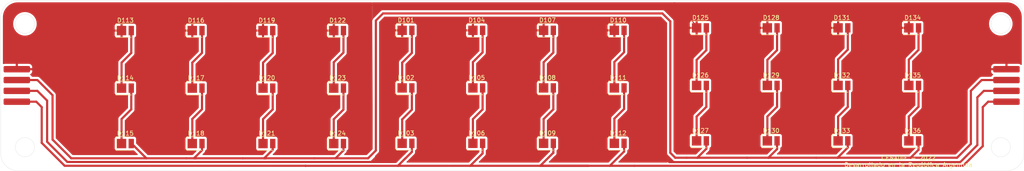
<source format=kicad_pcb>
(kicad_pcb (version 20211014) (generator pcbnew)
  (title_block (date "2022-07-12") (rev "2.2"))
  (layers (0 "F.Cu" signal) (31 "B.Cu" signal) (34 "B.Paste" user) (35 "F.Paste" user) (36 "B.SilkS" user "B.Silkscreen") (37 "F.SilkS" user "F.Silkscreen") (38 "B.Mask" user) (39 "F.Mask" user) (44 "Edge.Cuts" user))
  (net 0 "")
  (net 1 "Net-(D101-Pad2)")
  (net 2 "Net-(D101-Pad1)")
  (net 3 "Net-(D102-Pad2)")
  (net 4 "Net-(D103-Pad2)")
  (net 5 "Net-(D104-Pad2)")
  (net 6 "Net-(D105-Pad2)")
  (net 7 "Net-(D107-Pad2)")
  (net 8 "Net-(D108-Pad2)")
  (net 9 "Net-(D110-Pad2)")
  (net 10 "Net-(D111-Pad2)")
  (net 11 "Net-(D113-Pad2)")
  (net 12 "Net-(D113-Pad1)")
  (net 13 "Net-(D114-Pad2)")
  (net 14 "Net-(D115-Pad2)")
  (net 15 "Net-(D116-Pad2)")
  (net 16 "Net-(D117-Pad2)")
  (net 17 "Net-(D119-Pad2)")
  (net 18 "Net-(D120-Pad2)")
  (net 19 "Net-(D122-Pad2)")
  (net 20 "Net-(D123-Pad2)")
  (net 21 "Net-(D125-Pad2)")
  (net 22 "Net-(D126-Pad2)")
  (net 23 "Net-(D128-Pad2)")
  (net 24 "Net-(D129-Pad2)")
  (net 25 "Net-(D131-Pad2)")
  (net 26 "Net-(D132-Pad2)")
  (net 27 "Net-(D134-Pad2)")
  (net 28 "Net-(D135-Pad2)")
  (footprint "LED_SMD:LED_PLCC_2835" (layer "F.Cu") (at 125.83 77.5)
    (fp_text reference "D101" (at 0 -2.4) (layer "F.SilkS"))
    (fp_text value "LED")
    (fp_line (start 1.4 1.6) (end -2.2 1.6) (layer "F.SilkS") (width 0.12))
    (fp_line (start 1.4 -1.6) (end -2.2 -1.6) (layer "F.SilkS") (width 0.12))
    (fp_line (start -2.2 -1.6) (end -2.2 1.6) (layer "F.SilkS") (width 0.12))
    (pad "1" smd rect locked (at -0.9 0) (size 2.2 2.2) (layers "F.Cu" "F.Paste" "F.Mask") (net 2 "Net-(D101-Pad1)"))
    (pad "2" smd rect locked (at 1.375 0) (size 1.25 2.2) (layers "F.Cu" "F.Paste" "F.Mask") (net 1 "Net-(D101-Pad2)"))
  )
  (footprint "LED_SMD:LED_PLCC_2835" (layer "F.Cu") (at 125.83 91)
    (fp_text reference "D102" (at 0 -2.4) (layer "F.SilkS"))
    (fp_text value "LED")
    (fp_line (start 1.4 1.6) (end -2.2 1.6) (layer "F.SilkS") (width 0.12))
    (fp_line (start 1.4 -1.6) (end -2.2 -1.6) (layer "F.SilkS") (width 0.12))
    (fp_line (start -2.2 -1.6) (end -2.2 1.6) (layer "F.SilkS") (width 0.12))
    (pad "1" smd rect locked (at -0.9 0) (size 2.2 2.2) (layers "F.Cu" "F.Paste" "F.Mask") (net 1 "Net-(D101-Pad2)"))
    (pad "2" smd rect locked (at 1.375 0) (size 1.25 2.2) (layers "F.Cu" "F.Paste" "F.Mask") (net 3 "Net-(D102-Pad2)"))
  )
  (footprint "LED_SMD:LED_PLCC_2835" (layer "F.Cu") (at 125.83 104)
    (fp_text reference "D103" (at 0 -2.4) (layer "F.SilkS"))
    (fp_text value "LED")
    (fp_line (start 1.4 -1.6) (end -2.2 -1.6) (layer "F.SilkS") (width 0.12))
    (fp_line (start 1.4 1.6) (end -2.2 1.6) (layer "F.SilkS") (width 0.12))
    (fp_line (start -2.2 -1.6) (end -2.2 1.6) (layer "F.SilkS") (width 0.12))
    (pad "1" smd rect locked (at -0.9 0) (size 2.2 2.2) (layers "F.Cu" "F.Paste" "F.Mask") (net 3 "Net-(D102-Pad2)"))
    (pad "2" smd rect locked (at 1.375 0) (size 1.25 2.2) (layers "F.Cu" "F.Paste" "F.Mask") (net 4 "Net-(D103-Pad2)"))
  )
  (footprint "LED_SMD:LED_PLCC_2835" (layer "F.Cu") (at 142.420909 77.5)
    (fp_text reference "D104" (at 0 -2.4) (layer "F.SilkS"))
    (fp_text value "LED")
    (fp_line (start 1.4 1.6) (end -2.2 1.6) (layer "F.SilkS") (width 0.12))
    (fp_line (start 1.4 -1.6) (end -2.2 -1.6) (layer "F.SilkS") (width 0.12))
    (fp_line (start -2.2 -1.6) (end -2.2 1.6) (layer "F.SilkS") (width 0.12))
    (pad "1" smd rect locked (at -0.9 0) (size 2.2 2.2) (layers "F.Cu" "F.Paste" "F.Mask") (net 2 "Net-(D101-Pad1)"))
    (pad "2" smd rect locked (at 1.375 0) (size 1.25 2.2) (layers "F.Cu" "F.Paste" "F.Mask") (net 5 "Net-(D104-Pad2)"))
  )
  (footprint "LED_SMD:LED_PLCC_2835" (layer "F.Cu") (at 142.420909 91)
    (fp_text reference "D105" (at 0 -2.4) (layer "F.SilkS"))
    (fp_text value "LED")
    (fp_line (start 1.4 -1.6) (end -2.2 -1.6) (layer "F.SilkS") (width 0.12))
    (fp_line (start -2.2 -1.6) (end -2.2 1.6) (layer "F.SilkS") (width 0.12))
    (fp_line (start 1.4 1.6) (end -2.2 1.6) (layer "F.SilkS") (width 0.12))
    (pad "1" smd rect locked (at -0.9 0) (size 2.2 2.2) (layers "F.Cu" "F.Paste" "F.Mask") (net 5 "Net-(D104-Pad2)"))
    (pad "2" smd rect locked (at 1.375 0) (size 1.25 2.2) (layers "F.Cu" "F.Paste" "F.Mask") (net 6 "Net-(D105-Pad2)"))
  )
  (footprint "LED_SMD:LED_PLCC_2835" (layer "F.Cu") (at 142.420909 104)
    (fp_text reference "D106" (at 0 -2.4) (layer "F.SilkS"))
    (fp_text value "LED")
    (fp_line (start -2.2 -1.6) (end -2.2 1.6) (layer "F.SilkS") (width 0.12))
    (fp_line (start 1.4 -1.6) (end -2.2 -1.6) (layer "F.SilkS") (width 0.12))
    (fp_line (start 1.4 1.6) (end -2.2 1.6) (layer "F.SilkS") (width 0.12))
    (pad "1" smd rect locked (at -0.9 0) (size 2.2 2.2) (layers "F.Cu" "F.Paste" "F.Mask") (net 6 "Net-(D105-Pad2)"))
    (pad "2" smd rect locked (at 1.375 0) (size 1.25 2.2) (layers "F.Cu" "F.Paste" "F.Mask") (net 4 "Net-(D103-Pad2)"))
  )
  (footprint "LED_SMD:LED_PLCC_2835" (layer "F.Cu") (at 159.011818 77.5)
    (fp_text reference "D107" (at 0 -2.4) (layer "F.SilkS"))
    (fp_text value "LED")
    (fp_line (start 1.4 -1.6) (end -2.2 -1.6) (layer "F.SilkS") (width 0.12))
    (fp_line (start -2.2 -1.6) (end -2.2 1.6) (layer "F.SilkS") (width 0.12))
    (fp_line (start 1.4 1.6) (end -2.2 1.6) (layer "F.SilkS") (width 0.12))
    (pad "1" smd rect locked (at -0.9 0) (size 2.2 2.2) (layers "F.Cu" "F.Paste" "F.Mask") (net 2 "Net-(D101-Pad1)"))
    (pad "2" smd rect locked (at 1.375 0) (size 1.25 2.2) (layers "F.Cu" "F.Paste" "F.Mask") (net 7 "Net-(D107-Pad2)"))
  )
  (footprint "LED_SMD:LED_PLCC_2835" (layer "F.Cu") (at 159.011818 91)
    (fp_text reference "D108" (at 0 -2.4) (layer "F.SilkS"))
    (fp_text value "LED")
    (fp_line (start -2.2 -1.6) (end -2.2 1.6) (layer "F.SilkS") (width 0.12))
    (fp_line (start 1.4 1.6) (end -2.2 1.6) (layer "F.SilkS") (width 0.12))
    (fp_line (start 1.4 -1.6) (end -2.2 -1.6) (layer "F.SilkS") (width 0.12))
    (pad "1" smd rect locked (at -0.9 0) (size 2.2 2.2) (layers "F.Cu" "F.Paste" "F.Mask") (net 7 "Net-(D107-Pad2)"))
    (pad "2" smd rect locked (at 1.375 0) (size 1.25 2.2) (layers "F.Cu" "F.Paste" "F.Mask") (net 8 "Net-(D108-Pad2)"))
  )
  (footprint "LED_SMD:LED_PLCC_2835" (layer "F.Cu") (at 159.011818 104)
    (fp_text reference "D109" (at 0 -2.4) (layer "F.SilkS"))
    (fp_text value "LED")
    (fp_line (start 1.4 -1.6) (end -2.2 -1.6) (layer "F.SilkS") (width 0.12))
    (fp_line (start 1.4 1.6) (end -2.2 1.6) (layer "F.SilkS") (width 0.12))
    (fp_line (start -2.2 -1.6) (end -2.2 1.6) (layer "F.SilkS") (width 0.12))
    (pad "1" smd rect locked (at -0.9 0) (size 2.2 2.2) (layers "F.Cu" "F.Paste" "F.Mask") (net 8 "Net-(D108-Pad2)"))
    (pad "2" smd rect locked (at 1.375 0) (size 1.25 2.2) (layers "F.Cu" "F.Paste" "F.Mask") (net 4 "Net-(D103-Pad2)"))
  )
  (footprint "LED_SMD:LED_PLCC_2835" (layer "F.Cu") (at 175.602727 77.5)
    (fp_text reference "D110" (at 0 -2.4) (layer "F.SilkS"))
    (fp_text value "LED")
    (fp_line (start 1.4 -1.6) (end -2.2 -1.6) (layer "F.SilkS") (width 0.12))
    (fp_line (start -2.2 -1.6) (end -2.2 1.6) (layer "F.SilkS") (width 0.12))
    (fp_line (start 1.4 1.6) (end -2.2 1.6) (layer "F.SilkS") (width 0.12))
    (pad "1" smd rect locked (at -0.9 0) (size 2.2 2.2) (layers "F.Cu" "F.Paste" "F.Mask") (net 2 "Net-(D101-Pad1)"))
    (pad "2" smd rect locked (at 1.375 0) (size 1.25 2.2) (layers "F.Cu" "F.Paste" "F.Mask") (net 9 "Net-(D110-Pad2)"))
  )
  (footprint "LED_SMD:LED_PLCC_2835" (layer "F.Cu") (at 175.602727 91)
    (fp_text reference "D111" (at 0 -2.4) (layer "F.SilkS"))
    (fp_text value "LED")
    (fp_line (start 1.4 -1.6) (end -2.2 -1.6) (layer "F.SilkS") (width 0.12))
    (fp_line (start -2.2 -1.6) (end -2.2 1.6) (layer "F.SilkS") (width 0.12))
    (fp_line (start 1.4 1.6) (end -2.2 1.6) (layer "F.SilkS") (width 0.12))
    (pad "1" smd rect locked (at -0.9 0) (size 2.2 2.2) (layers "F.Cu" "F.Paste" "F.Mask") (net 9 "Net-(D110-Pad2)"))
    (pad "2" smd rect locked (at 1.375 0) (size 1.25 2.2) (layers "F.Cu" "F.Paste" "F.Mask") (net 10 "Net-(D111-Pad2)"))
  )
  (footprint "LED_SMD:LED_PLCC_2835" (layer "F.Cu") (at 175.602727 104)
    (fp_text reference "D112" (at 0 -2.4) (layer "F.SilkS"))
    (fp_text value "LED")
    (fp_line (start 1.4 -1.6) (end -2.2 -1.6) (layer "F.SilkS") (width 0.12))
    (fp_line (start 1.4 1.6) (end -2.2 1.6) (layer "F.SilkS") (width 0.12))
    (fp_line (start -2.2 -1.6) (end -2.2 1.6) (layer "F.SilkS") (width 0.12))
    (pad "1" smd rect locked (at -0.9 0) (size 2.2 2.2) (layers "F.Cu" "F.Paste" "F.Mask") (net 10 "Net-(D111-Pad2)"))
    (pad "2" smd rect locked (at 1.375 0) (size 1.25 2.2) (layers "F.Cu" "F.Paste" "F.Mask") (net 4 "Net-(D103-Pad2)"))
  )
  (footprint "LED_SMD:LED_PLCC_2835" (layer "F.Cu") (at 60.013636 77.55)
    (fp_text reference "D113" (at 0 -2.4) (layer "F.SilkS"))
    (fp_text value "LED")
    (fp_line (start 1.4 1.6) (end -2.2 1.6) (layer "F.SilkS") (width 0.12))
    (fp_line (start 1.4 -1.6) (end -2.2 -1.6) (layer "F.SilkS") (width 0.12))
    (fp_line (start -2.2 -1.6) (end -2.2 1.6) (layer "F.SilkS") (width 0.12))
    (pad "1" smd rect locked (at -0.9 0) (size 2.2 2.2) (layers "F.Cu" "F.Paste" "F.Mask") (net 12 "Net-(D113-Pad1)"))
    (pad "2" smd rect locked (at 1.375 0) (size 1.25 2.2) (layers "F.Cu" "F.Paste" "F.Mask") (net 11 "Net-(D113-Pad2)"))
  )
  (footprint "LED_SMD:LED_PLCC_2835" (layer "F.Cu") (at 60.013636 91.05)
    (fp_text reference "D114" (at 0 -2.4) (layer "F.SilkS"))
    (fp_text value "LED")
    (fp_line (start 1.4 1.6) (end -2.2 1.6) (layer "F.SilkS") (width 0.12))
    (fp_line (start 1.4 -1.6) (end -2.2 -1.6) (layer "F.SilkS") (width 0.12))
    (fp_line (start -2.2 -1.6) (end -2.2 1.6) (layer "F.SilkS") (width 0.12))
    (pad "1" smd rect locked (at -0.9 0) (size 2.2 2.2) (layers "F.Cu" "F.Paste" "F.Mask") (net 11 "Net-(D113-Pad2)"))
    (pad "2" smd rect locked (at 1.375 0) (size 1.25 2.2) (layers "F.Cu" "F.Paste" "F.Mask") (net 13 "Net-(D114-Pad2)"))
  )
  (footprint "LED_SMD:LED_PLCC_2835" (layer "F.Cu") (at 60.013636 104.05)
    (fp_text reference "D115" (at 0 -2.4) (layer "F.SilkS"))
    (fp_text value "LED")
    (fp_line (start -2.2 -1.6) (end -2.2 1.6) (layer "F.SilkS") (width 0.12))
    (fp_line (start 1.4 -1.6) (end -2.2 -1.6) (layer "F.SilkS") (width 0.12))
    (fp_line (start 1.4 1.6) (end -2.2 1.6) (layer "F.SilkS") (width 0.12))
    (pad "1" smd rect locked (at -0.9 0) (size 2.2 2.2) (layers "F.Cu" "F.Paste" "F.Mask") (net 13 "Net-(D114-Pad2)"))
    (pad "2" smd rect locked (at 1.375 0) (size 1.25 2.2) (layers "F.Cu" "F.Paste" "F.Mask") (net 14 "Net-(D115-Pad2)"))
  )
  (footprint "LED_SMD:LED_PLCC_2835" (layer "F.Cu") (at 76.604545 77.55)
    (fp_text reference "D116" (at 0 -2.4) (layer "F.SilkS"))
    (fp_text value "LED")
    (fp_line (start 1.4 -1.6) (end -2.2 -1.6) (layer "F.SilkS") (width 0.12))
    (fp_line (start 1.4 1.6) (end -2.2 1.6) (layer "F.SilkS") (width 0.12))
    (fp_line (start -2.2 -1.6) (end -2.2 1.6) (layer "F.SilkS") (width 0.12))
    (pad "1" smd rect locked (at -0.9 0) (size 2.2 2.2) (layers "F.Cu" "F.Paste" "F.Mask") (net 12 "Net-(D113-Pad1)"))
    (pad "2" smd rect locked (at 1.375 0) (size 1.25 2.2) (layers "F.Cu" "F.Paste" "F.Mask") (net 15 "Net-(D116-Pad2)"))
  )
  (footprint "LED_SMD:LED_PLCC_2835" (layer "F.Cu") (at 76.604545 91.05)
    (fp_text reference "D117" (at 0 -2.4) (layer "F.SilkS"))
    (fp_text value "LED")
    (fp_line (start 1.4 1.6) (end -2.2 1.6) (layer "F.SilkS") (width 0.12))
    (fp_line (start 1.4 -1.6) (end -2.2 -1.6) (layer "F.SilkS") (width 0.12))
    (fp_line (start -2.2 -1.6) (end -2.2 1.6) (layer "F.SilkS") (width 0.12))
    (pad "1" smd rect locked (at -0.9 0) (size 2.2 2.2) (layers "F.Cu" "F.Paste" "F.Mask") (net 15 "Net-(D116-Pad2)"))
    (pad "2" smd rect locked (at 1.375 0) (size 1.25 2.2) (layers "F.Cu" "F.Paste" "F.Mask") (net 16 "Net-(D117-Pad2)"))
  )
  (footprint "LED_SMD:LED_PLCC_2835" (layer "F.Cu") (at 76.604545 104.05)
    (fp_text reference "D118" (at 0 -2.4) (layer "F.SilkS"))
    (fp_text value "LED")
    (fp_line (start -2.2 -1.6) (end -2.2 1.6) (layer "F.SilkS") (width 0.12))
    (fp_line (start 1.4 -1.6) (end -2.2 -1.6) (layer "F.SilkS") (width 0.12))
    (fp_line (start 1.4 1.6) (end -2.2 1.6) (layer "F.SilkS") (width 0.12))
    (pad "1" smd rect locked (at -0.9 0) (size 2.2 2.2) (layers "F.Cu" "F.Paste" "F.Mask") (net 16 "Net-(D117-Pad2)"))
    (pad "2" smd rect locked (at 1.375 0) (size 1.25 2.2) (layers "F.Cu" "F.Paste" "F.Mask") (net 14 "Net-(D115-Pad2)"))
  )
  (footprint "LED_SMD:LED_PLCC_2835" (layer "F.Cu") (at 93.195454 77.55)
    (fp_text reference "D119" (at 0 -2.4) (layer "F.SilkS"))
    (fp_text value "LED")
    (fp_line (start -2.2 -1.6) (end -2.2 1.6) (layer "F.SilkS") (width 0.12))
    (fp_line (start 1.4 -1.6) (end -2.2 -1.6) (layer "F.SilkS") (width 0.12))
    (fp_line (start 1.4 1.6) (end -2.2 1.6) (layer "F.SilkS") (width 0.12))
    (pad "1" smd rect locked (at -0.9 0) (size 2.2 2.2) (layers "F.Cu" "F.Paste" "F.Mask") (net 12 "Net-(D113-Pad1)"))
    (pad "2" smd rect locked (at 1.375 0) (size 1.25 2.2) (layers "F.Cu" "F.Paste" "F.Mask") (net 17 "Net-(D119-Pad2)"))
  )
  (footprint "LED_SMD:LED_PLCC_2835" (layer "F.Cu") (at 93.195454 91.05)
    (fp_text reference "D120" (at 0 -2.4) (layer "F.SilkS"))
    (fp_text value "LED")
    (fp_line (start 1.4 -1.6) (end -2.2 -1.6) (layer "F.SilkS") (width 0.12))
    (fp_line (start -2.2 -1.6) (end -2.2 1.6) (layer "F.SilkS") (width 0.12))
    (fp_line (start 1.4 1.6) (end -2.2 1.6) (layer "F.SilkS") (width 0.12))
    (pad "1" smd rect locked (at -0.9 0) (size 2.2 2.2) (layers "F.Cu" "F.Paste" "F.Mask") (net 17 "Net-(D119-Pad2)"))
    (pad "2" smd rect locked (at 1.375 0) (size 1.25 2.2) (layers "F.Cu" "F.Paste" "F.Mask") (net 18 "Net-(D120-Pad2)"))
  )
  (footprint "LED_SMD:LED_PLCC_2835" (layer "F.Cu") (at 93.195454 104.05)
    (fp_text reference "D121" (at 0 -2.4) (layer "F.SilkS"))
    (fp_text value "LED")
    (fp_line (start 1.4 1.6) (end -2.2 1.6) (layer "F.SilkS") (width 0.12))
    (fp_line (start 1.4 -1.6) (end -2.2 -1.6) (layer "F.SilkS") (width 0.12))
    (fp_line (start -2.2 -1.6) (end -2.2 1.6) (layer "F.SilkS") (width 0.12))
    (pad "1" smd rect locked (at -0.9 0) (size 2.2 2.2) (layers "F.Cu" "F.Paste" "F.Mask") (net 18 "Net-(D120-Pad2)"))
    (pad "2" smd rect locked (at 1.375 0) (size 1.25 2.2) (layers "F.Cu" "F.Paste" "F.Mask") (net 14 "Net-(D115-Pad2)"))
  )
  (footprint "LED_SMD:LED_PLCC_2835" (layer "F.Cu") (at 109.786363 77.55)
    (fp_text reference "D122" (at 0 -2.4) (layer "F.SilkS"))
    (fp_text value "LED")
    (fp_line (start 1.4 -1.6) (end -2.2 -1.6) (layer "F.SilkS") (width 0.12))
    (fp_line (start -2.2 -1.6) (end -2.2 1.6) (layer "F.SilkS") (width 0.12))
    (fp_line (start 1.4 1.6) (end -2.2 1.6) (layer "F.SilkS") (width 0.12))
    (pad "1" smd rect locked (at -0.9 0) (size 2.2 2.2) (layers "F.Cu" "F.Paste" "F.Mask") (net 12 "Net-(D113-Pad1)"))
    (pad "2" smd rect locked (at 1.375 0) (size 1.25 2.2) (layers "F.Cu" "F.Paste" "F.Mask") (net 19 "Net-(D122-Pad2)"))
  )
  (footprint "LED_SMD:LED_PLCC_2835" (layer "F.Cu") (at 109.786363 91.05)
    (fp_text reference "D123" (at 0 -2.4) (layer "F.SilkS"))
    (fp_text value "LED")
    (fp_line (start -2.2 -1.6) (end -2.2 1.6) (layer "F.SilkS") (width 0.12))
    (fp_line (start 1.4 1.6) (end -2.2 1.6) (layer "F.SilkS") (width 0.12))
    (fp_line (start 1.4 -1.6) (end -2.2 -1.6) (layer "F.SilkS") (width 0.12))
    (pad "1" smd rect locked (at -0.9 0) (size 2.2 2.2) (layers "F.Cu" "F.Paste" "F.Mask") (net 19 "Net-(D122-Pad2)"))
    (pad "2" smd rect locked (at 1.375 0) (size 1.25 2.2) (layers "F.Cu" "F.Paste" "F.Mask") (net 20 "Net-(D123-Pad2)"))
  )
  (footprint "LED_SMD:LED_PLCC_2835" (layer "F.Cu") (at 109.786363 104.05)
    (fp_text reference "D124" (at 0 -2.4) (layer "F.SilkS"))
    (fp_text value "LED")
    (fp_line (start 1.4 -1.6) (end -2.2 -1.6) (layer "F.SilkS") (width 0.12))
    (fp_line (start 1.4 1.6) (end -2.2 1.6) (layer "F.SilkS") (width 0.12))
    (fp_line (start -2.2 -1.6) (end -2.2 1.6) (layer "F.SilkS") (width 0.12))
    (pad "1" smd rect locked (at -0.9 0) (size 2.2 2.2) (layers "F.Cu" "F.Paste" "F.Mask") (net 20 "Net-(D123-Pad2)"))
    (pad "2" smd rect locked (at 1.375 0) (size 1.25 2.2) (layers "F.Cu" "F.Paste" "F.Mask") (net 14 "Net-(D115-Pad2)"))
  )
  (footprint "LED_SMD:LED_PLCC_2835" (layer "F.Cu") (at 194.897272 76.92)
    (fp_text reference "D125" (at 0 -2.4) (layer "F.SilkS"))
    (fp_text value "LED")
    (fp_line (start 1.4 1.6) (end -2.2 1.6) (layer "F.SilkS") (width 0.12))
    (fp_line (start -2.2 -1.6) (end -2.2 1.6) (layer "F.SilkS") (width 0.12))
    (fp_line (start 1.4 -1.6) (end -2.2 -1.6) (layer "F.SilkS") (width 0.12))
    (pad "1" smd rect locked (at -0.9 0) (size 2.2 2.2) (layers "F.Cu" "F.Paste" "F.Mask") (net 12 "Net-(D113-Pad1)"))
    (pad "2" smd rect locked (at 1.375 0) (size 1.25 2.2) (layers "F.Cu" "F.Paste" "F.Mask") (net 21 "Net-(D125-Pad2)"))
  )
  (footprint "LED_SMD:LED_PLCC_2835" (layer "F.Cu") (at 194.897272 90.42)
    (fp_text reference "D126" (at 0 -2.4) (layer "F.SilkS"))
    (fp_text value "LED")
    (fp_line (start -2.2 -1.6) (end -2.2 1.6) (layer "F.SilkS") (width 0.12))
    (fp_line (start 1.4 1.6) (end -2.2 1.6) (layer "F.SilkS") (width 0.12))
    (fp_line (start 1.4 -1.6) (end -2.2 -1.6) (layer "F.SilkS") (width 0.12))
    (pad "1" smd rect locked (at -0.9 0) (size 2.2 2.2) (layers "F.Cu" "F.Paste" "F.Mask") (net 21 "Net-(D125-Pad2)"))
    (pad "2" smd rect locked (at 1.375 0) (size 1.25 2.2) (layers "F.Cu" "F.Paste" "F.Mask") (net 22 "Net-(D126-Pad2)"))
  )
  (footprint "LED_SMD:LED_PLCC_2835" (layer "F.Cu") (at 194.897272 103.42)
    (fp_text reference "D127" (at 0 -2.4) (layer "F.SilkS"))
    (fp_text value "LED")
    (fp_line (start 1.4 -1.6) (end -2.2 -1.6) (layer "F.SilkS") (width 0.12))
    (fp_line (start -2.2 -1.6) (end -2.2 1.6) (layer "F.SilkS") (width 0.12))
    (fp_line (start 1.4 1.6) (end -2.2 1.6) (layer "F.SilkS") (width 0.12))
    (pad "1" smd rect locked (at -0.9 0) (size 2.2 2.2) (layers "F.Cu" "F.Paste" "F.Mask") (net 22 "Net-(D126-Pad2)"))
    (pad "2" smd rect locked (at 1.375 0) (size 1.25 2.2) (layers "F.Cu" "F.Paste" "F.Mask") (net 14 "Net-(D115-Pad2)"))
  )
  (footprint "LED_SMD:LED_PLCC_2835" (layer "F.Cu") (at 211.488181 76.92)
    (fp_text reference "D128" (at 0 -2.4) (layer "F.SilkS"))
    (fp_text value "LED")
    (fp_line (start 1.4 -1.6) (end -2.2 -1.6) (layer "F.SilkS") (width 0.12))
    (fp_line (start 1.4 1.6) (end -2.2 1.6) (layer "F.SilkS") (width 0.12))
    (fp_line (start -2.2 -1.6) (end -2.2 1.6) (layer "F.SilkS") (width 0.12))
    (pad "1" smd rect locked (at -0.9 0) (size 2.2 2.2) (layers "F.Cu" "F.Paste" "F.Mask") (net 12 "Net-(D113-Pad1)"))
    (pad "2" smd rect locked (at 1.375 0) (size 1.25 2.2) (layers "F.Cu" "F.Paste" "F.Mask") (net 23 "Net-(D128-Pad2)"))
  )
  (footprint "LED_SMD:LED_PLCC_2835" (layer "F.Cu") (at 211.488181 90.42)
    (fp_text reference "D129" (at 0 -2.4) (layer "F.SilkS"))
    (fp_text value "LED")
    (fp_line (start 1.4 -1.6) (end -2.2 -1.6) (layer "F.SilkS") (width 0.12))
    (fp_line (start 1.4 1.6) (end -2.2 1.6) (layer "F.SilkS") (width 0.12))
    (fp_line (start -2.2 -1.6) (end -2.2 1.6) (layer "F.SilkS") (width 0.12))
    (pad "1" smd rect locked (at -0.9 0) (size 2.2 2.2) (layers "F.Cu" "F.Paste" "F.Mask") (net 23 "Net-(D128-Pad2)"))
    (pad "2" smd rect locked (at 1.375 0) (size 1.25 2.2) (layers "F.Cu" "F.Paste" "F.Mask") (net 24 "Net-(D129-Pad2)"))
  )
  (footprint "LED_SMD:LED_PLCC_2835" (layer "F.Cu") (at 211.488181 103.42)
    (fp_text reference "D130" (at 0 -2.4) (layer "F.SilkS"))
    (fp_text value "LED")
    (fp_line (start 1.4 1.6) (end -2.2 1.6) (layer "F.SilkS") (width 0.12))
    (fp_line (start 1.4 -1.6) (end -2.2 -1.6) (layer "F.SilkS") (width 0.12))
    (fp_line (start -2.2 -1.6) (end -2.2 1.6) (layer "F.SilkS") (width 0.12))
    (pad "1" smd rect locked (at -0.9 0) (size 2.2 2.2) (layers "F.Cu" "F.Paste" "F.Mask") (net 24 "Net-(D129-Pad2)"))
    (pad "2" smd rect locked (at 1.375 0) (size 1.25 2.2) (layers "F.Cu" "F.Paste" "F.Mask") (net 14 "Net-(D115-Pad2)"))
  )
  (footprint "LED_SMD:LED_PLCC_2835" (layer "F.Cu") (at 228.07909 76.92)
    (fp_text reference "D131" (at 0 -2.4) (layer "F.SilkS"))
    (fp_text value "LED")
    (fp_line (start 1.4 -1.6) (end -2.2 -1.6) (layer "F.SilkS") (width 0.12))
    (fp_line (start 1.4 1.6) (end -2.2 1.6) (layer "F.SilkS") (width 0.12))
    (fp_line (start -2.2 -1.6) (end -2.2 1.6) (layer "F.SilkS") (width 0.12))
    (pad "1" smd rect locked (at -0.9 0) (size 2.2 2.2) (layers "F.Cu" "F.Paste" "F.Mask") (net 12 "Net-(D113-Pad1)"))
    (pad "2" smd rect locked (at 1.375 0) (size 1.25 2.2) (layers "F.Cu" "F.Paste" "F.Mask") (net 25 "Net-(D131-Pad2)"))
  )
  (footprint "LED_SMD:LED_PLCC_2835" (layer "F.Cu") (at 228.07909 90.42)
    (fp_text reference "D132" (at 0 -2.4) (layer "F.SilkS"))
    (fp_text value "LED")
    (fp_line (start -2.2 -1.6) (end -2.2 1.6) (layer "F.SilkS") (width 0.12))
    (fp_line (start 1.4 -1.6) (end -2.2 -1.6) (layer "F.SilkS") (width 0.12))
    (fp_line (start 1.4 1.6) (end -2.2 1.6) (layer "F.SilkS") (width 0.12))
    (pad "1" smd rect locked (at -0.9 0) (size 2.2 2.2) (layers "F.Cu" "F.Paste" "F.Mask") (net 25 "Net-(D131-Pad2)"))
    (pad "2" smd rect locked (at 1.375 0) (size 1.25 2.2) (layers "F.Cu" "F.Paste" "F.Mask") (net 26 "Net-(D132-Pad2)"))
  )
  (footprint "LED_SMD:LED_PLCC_2835" (layer "F.Cu") (at 228.07909 103.42)
    (fp_text reference "D133" (at 0 -2.4) (layer "F.SilkS"))
    (fp_text value "LED")
    (fp_line (start -2.2 -1.6) (end -2.2 1.6) (layer "F.SilkS") (width 0.12))
    (fp_line (start 1.4 1.6) (end -2.2 1.6) (layer "F.SilkS") (width 0.12))
    (fp_line (start 1.4 -1.6) (end -2.2 -1.6) (layer "F.SilkS") (width 0.12))
    (pad "1" smd rect locked (at -0.9 0) (size 2.2 2.2) (layers "F.Cu" "F.Paste" "F.Mask") (net 26 "Net-(D132-Pad2)"))
    (pad "2" smd rect locked (at 1.375 0) (size 1.25 2.2) (layers "F.Cu" "F.Paste" "F.Mask") (net 14 "Net-(D115-Pad2)"))
  )
  (footprint "LED_SMD:LED_PLCC_2835" (layer "F.Cu") (at 244.67 76.92)
    (fp_text reference "D134" (at 0 -2.4) (layer "F.SilkS"))
    (fp_text value "LED")
    (fp_line (start 1.4 -1.6) (end -2.2 -1.6) (layer "F.SilkS") (width 0.12))
    (fp_line (start -2.2 -1.6) (end -2.2 1.6) (layer "F.SilkS") (width 0.12))
    (fp_line (start 1.4 1.6) (end -2.2 1.6) (layer "F.SilkS") (width 0.12))
    (pad "1" smd rect locked (at -0.9 0) (size 2.2 2.2) (layers "F.Cu" "F.Paste" "F.Mask") (net 12 "Net-(D113-Pad1)"))
    (pad "2" smd rect locked (at 1.375 0) (size 1.25 2.2) (layers "F.Cu" "F.Paste" "F.Mask") (net 27 "Net-(D134-Pad2)"))
  )
  (footprint "LED_SMD:LED_PLCC_2835" (layer "F.Cu") (at 244.67 90.42)
    (fp_text reference "D135" (at 0 -2.4) (layer "F.SilkS"))
    (fp_text value "LED")
    (fp_line (start 1.4 -1.6) (end -2.2 -1.6) (layer "F.SilkS") (width 0.12))
    (fp_line (start 1.4 1.6) (end -2.2 1.6) (layer "F.SilkS") (width 0.12))
    (fp_line (start -2.2 -1.6) (end -2.2 1.6) (layer "F.SilkS") (width 0.12))
    (pad "1" smd rect locked (at -0.9 0) (size 2.2 2.2) (layers "F.Cu" "F.Paste" "F.Mask") (net 27 "Net-(D134-Pad2)"))
    (pad "2" smd rect locked (at 1.375 0) (size 1.25 2.2) (layers "F.Cu" "F.Paste" "F.Mask") (net 28 "Net-(D135-Pad2)"))
  )
  (footprint "LED_SMD:LED_PLCC_2835" (layer "F.Cu") (at 244.67 103.42)
    (fp_text reference "D136" (at 0 -2.4) (layer "F.SilkS"))
    (fp_text value "LED")
    (fp_line (start 1.4 1.6) (end -2.2 1.6) (layer "F.SilkS") (width 0.12))
    (fp_line (start -2.2 -1.6) (end -2.2 1.6) (layer "F.SilkS") (width 0.12))
    (fp_line (start 1.4 -1.6) (end -2.2 -1.6) (layer "F.SilkS") (width 0.12))
    (pad "1" smd rect locked (at -0.9 0) (size 2.2 2.2) (layers "F.Cu" "F.Paste" "F.Mask") (net 28 "Net-(D135-Pad2)"))
    (pad "2" smd rect locked (at 1.375 0) (size 1.25 2.2) (layers "F.Cu" "F.Paste" "F.Mask") (net 14 "Net-(D115-Pad2)"))
  )
  (footprint "BarraCC:molex_EDGELOCK_4-CKT_Mod" (layer "F.Cu") (at 266.672 90.424 90)
    (fp_text reference "J102" hide)
    (fp_text value "Conn_01x04" hide)
    (pad "1" connect roundrect (at -3.81 0 90) (size 1.5 6.2) (layers "F.Cu" "F.Mask") (roundrect_rratio 0.2) (net 4 "Net-(D103-Pad2)"))
    (pad "2" connect roundrect (at -1.27 0 90) (size 1.5 6.2) (layers "F.Cu" "F.Mask") (roundrect_rratio 0.2) (net 2 "Net-(D101-Pad1)"))
    (pad "3" connect roundrect (at 1.27 0 90) (size 1.5 6.2) (layers "F.Cu" "F.Mask") (roundrect_rratio 0.2) (net 14 "Net-(D115-Pad2)"))
    (pad "4" connect roundrect (at 3.81 0 90) (size 1.5 6.2) (layers "F.Cu" "F.Mask") (roundrect_rratio 0.2) (net 12 "Net-(D113-Pad1)"))
  )
  (footprint "BarraCC:molex_EDGELOCK_4-CKT_Mod" (layer "F.Cu") (at 34.544 90.424 90)
    (fp_text reference "J101" hide)
    (fp_text value "Conn_01x04")
    (pad "1" connect roundrect (at -3.81 0 90) (size 1.5 6.2) (layers "F.Cu" "F.Mask") (roundrect_rratio 0.2) (net 4 "Net-(D103-Pad2)"))
    (pad "2" connect roundrect (at -1.27 0 90) (size 1.5 6.2) (layers "F.Cu" "F.Mask") (roundrect_rratio 0.2) (net 2 "Net-(D101-Pad1)"))
    (pad "3" connect roundrect (at 1.27 0 90) (size 1.5 6.2) (layers "F.Cu" "F.Mask") (roundrect_rratio 0.2) (net 14 "Net-(D115-Pad2)"))
    (pad "4" connect roundrect (at 3.81 0 90) (size 1.5 6.2) (layers "F.Cu" "F.Mask") (roundrect_rratio 0.2) (net 12 "Net-(D113-Pad1)"))
  )
  (gr_circle (center 36.45 75.97) (end 38.7 75.97) (layer "Edge.Cuts") (width 0.05) (fill none))
  (gr_line (start 84.77 110.42) (end 34.77 110.42) (layer "Edge.Cuts") (width 0.05))
  (gr_line (start 84.77 70.42) (end 34.77 70.42) (layer "Edge.Cuts") (width 0.05))
  (gr_line (start 256.77 110.42) (end 266.77 110.42) (layer "Edge.Cuts") (width 0.05))
  (gr_circle (center 36.45 104.9) (end 38.7 104.9) (layer "Edge.Cuts") (width 0.05) (fill none))
  (gr_circle (center 265.34 75.97) (end 267.59 75.97) (layer "Edge.Cuts") (width 0.05) (fill none))
  (gr_circle (center 265.34 104.9) (end 267.59 104.9) (layer "Edge.Cuts") (width 0.05) (fill none))
  (gr_line (start 265.77 70.42) (end 266.77 70.42) (layer "Edge.Cuts") (width 0.05))
  (gr_line (start 186.77 110.42) (end 256.77 110.42) (layer "Edge.Cuts") (width 0.05))
  (gr_line (start 186.77 110.42) (end 84.77 110.42) (layer "Edge.Cuts") (width 0.05))
  (gr_line (start 107.27 70.42) (end 84.77 70.42) (layer "Edge.Cuts") (width 0.05))
  (gr_line (start 107.27 70.42) (end 186.77 70.42) (layer "Edge.Cuts") (width 0.05))
  (gr_line (start 30.77 106.42) (end 30.77 74.42) (layer "Edge.Cuts") (width 0.05))
  (gr_arc (start 266.77 70.42) (mid 269.598427 71.591573) (end 270.77 74.42) (layer "Edge.Cuts") (width 0.05))
  (gr_arc (start 30.77 74.42) (mid 31.941573 71.591573) (end 34.77 70.42) (layer "Edge.Cuts") (width 0.05))
  (gr_arc (start 270.77 106.42) (mid 269.598427 109.248427) (end 266.77 110.42) (layer "Edge.Cuts") (width 0.05))
  (gr_line (start 186.77 70.42) (end 256.78 70.42) (layer "Edge.Cuts") (width 0.05))
  (gr_arc (start 34.77 110.42) (mid 31.941573 109.248427) (end 30.77 106.42) (layer "Edge.Cuts") (width 0.05))
  (gr_line (start 270.77 74.42) (end 270.77 106.42) (layer "Edge.Cuts") (width 0.05))
  (gr_line (start 256.78 70.42) (end 265.77 70.42) (layer "Edge.Cuts") (width 0.05))
  (gr_text "CENADIF - 2022\nDesarrollado en la República Argentina" (at 243.6876 108.2294) (layer "F.SilkS") (effects (font (size 1 1))))
  (segment (start 124.93 85.08) (end 124.93 91) (width 0.5) (layer "F.Cu") (net 1))
  (segment (start 127.205 82.805) (end 124.93 85.08) (width 0.5) (layer "F.Cu") (net 1))
  (segment (start 127.205 77.5) (end 127.205 82.805) (width 0.5) (layer "F.Cu") (net 1))
  (segment (start 259.842 93.218) (end 261.366 91.694) (width 0.5) (layer "F.Cu") (net 2))
  (segment (start 117.69 108.37) (end 119.38 106.68) (width 0.5) (layer "F.Cu") (net 2))
  (segment (start 41.656 103.632) (end 46.394 108.37) (width 0.5) (layer "F.Cu") (net 2))
  (segment (start 118.4012 108.37) (end 123.3796 108.37) (width 0.5) (layer "F.Cu") (net 2))
  (segment (start 39.37 91.694) (end 41.656 93.98) (width 0.5) (layer "F.Cu") (net 2))
  (segment (start 261.366 91.694) (end 266.672 91.694) (width 0.5) (layer "F.Cu") (net 2))
  (segment (start 123.3796 108.37) (end 123.7234 108.0262) (width 0.5) (layer "F.Cu") (net 2))
  (segment (start 41.656 93.98) (end 41.656 103.632) (width 0.5) (layer "F.Cu") (net 2))
  (segment (start 117.69 108.37) (end 118.4012 108.37) (width 0.5) (layer "F.Cu") (net 2))
  (segment (start 46.394 108.37) (end 117.69 108.37) (width 0.5) (layer "F.Cu") (net 2))
  (segment (start 118.4012 108.37) (end 118.872 107.8992) (width 0.5) (layer "F.Cu") (net 2))
  (segment (start 255.836 108.4) (end 259.842 104.394) (width 0.5) (layer "F.Cu") (net 2))
  (segment (start 187.58 108.4) (end 255.836 108.4) (width 0.5) (layer "F.Cu") (net 2))
  (segment (start 34.544 91.694) (end 39.37 91.694) (width 0.5) (layer "F.Cu") (net 2))
  (segment (start 259.842 104.394) (end 259.842 93.218) (width 0.5) (layer "F.Cu") (net 2))
  (segment (start 127.205 96.115) (end 124.93 98.39) (width 0.5) (layer "F.Cu") (net 3))
  (segment (start 124.93 98.39) (end 124.93 104) (width 0.5) (layer "F.Cu") (net 3))
  (segment (start 127.205 91) (end 127.205 96.115) (width 0.5) (layer "F.Cu") (net 3))
  (segment (start 168.64 109.27) (end 157.32 109.27) (width 0.5) (layer "F.Cu") (net 4))
  (segment (start 143.795909 106.364091) (end 140.89 109.27) (width 0.5) (layer "F.Cu") (net 4))
  (segment (start 123.94 109.27) (end 102.27 109.27) (width 0.5) (layer "F.Cu") (net 4))
  (segment (start 179.38 109.27) (end 256.49 109.27) (width 0.5) (layer "F.Cu") (net 4))
  (segment (start 40.386 95.504) (end 39.116 94.234) (width 0.5) (layer "F.Cu") (net 4))
  (segment (start 160.386818 106.243182) (end 160.346818 106.243182) (width 0.5) (layer "F.Cu") (net 4))
  (segment (start 261.112 104.648) (end 261.112 95.504) (width 0.5) (layer "F.Cu") (net 4))
  (segment (start 176.977727 105.942273) (end 176.977727 104) (width 0.5) (layer "F.Cu") (net 4))
  (segment (start 125.68 107.55) (end 125.66 107.55) (width 0.5) (layer "F.Cu") (net 4))
  (segment (start 127.205 106.025) (end 127.205 104) (width 0.5) (layer "F.Cu") (net 4))
  (segment (start 160.346818 106.243182) (end 157.32 109.27) (width 0.5) (layer "F.Cu") (net 4))
  (segment (start 262.382 94.234) (end 266.672 94.234) (width 0.5) (layer "F.Cu") (net 4))
  (segment (start 125.66 107.55) (end 123.94 109.27) (width 0.5) (layer "F.Cu") (net 4))
  (segment (start 45.76 109.26) (end 40.386 103.886) (width 0.5) (layer "F.Cu") (net 4))
  (segment (start 256.49 109.27) (end 261.112 104.648) (width 0.5) (layer "F.Cu") (net 4))
  (segment (start 160.386818 106.243182) (end 160.386818 104) (width 0.5) (layer "F.Cu") (net 4))
  (segment (start 135.89 109.27) (end 123.94 109.27) (width 0.5) (layer "F.Cu") (net 4))
  (segment (start 143.795909 104) (end 143.795909 106.364091) (width 0.5) (layer "F.Cu") (net 4))
  (segment (start 102.26 109.26) (end 45.76 109.26) (width 0.5) (layer "F.Cu") (net 4))
  (segment (start 102.27 109.27) (end 102.26 109.26) (width 0.5) (layer "F.Cu") (net 4))
  (segment (start 176.977727 105.942273) (end 176.967727 105.942273) (width 0.5) (layer "F.Cu") (net 4))
  (segment (start 261.112 95.504) (end 262.382 94.234) (width 0.5) (layer "F.Cu") (net 4))
  (segment (start 39.116 94.234) (end 34.544 94.234) (width 0.5) (layer "F.Cu") (net 4))
  (segment (start 40.386 103.886) (end 40.386 95.504) (width 0.5) (layer "F.Cu") (net 4))
  (segment (start 125.68 107.55) (end 127.205 106.025) (width 0.5) (layer "F.Cu") (net 4))
  (segment (start 176.967727 105.942273) (end 173.64 109.27) (width 0.5) (layer "F.Cu") (net 4))
  (segment (start 179.38 109.27) (end 136.14 109.27) (width 0.5) (layer "F.Cu") (net 4))
  (segment (start 143.795909 82.665909) (end 141.520909 84.940909) (width 0.5) (layer "F.Cu") (net 5))
  (segment (start 141.520909 84.940909) (end 141.520909 91) (width 0.5) (layer "F.Cu") (net 5))
  (segment (start 143.795909 77.5) (end 143.795909 82.665909) (width 0.5) (layer "F.Cu") (net 5))
  (segment (start 143.795909 91) (end 143.795909 96.044091) (width 0.5) (layer "F.Cu") (net 6))
  (segment (start 143.795909 96.044091) (end 141.520909 98.319091) (width 0.5) (layer "F.Cu") (net 6))
  (segment (start 141.520909 98.319091) (end 141.520909 104) (width 0.5) (layer "F.Cu") (net 6))
  (segment (start 160.386818 77.5) (end 160.386818 82.713182) (width 0.5) (layer "F.Cu") (net 7))
  (segment (start 160.386818 82.713182) (end 158.111818 84.988182) (width 0.5) (layer "F.Cu") (net 7))
  (segment (start 158.111818 84.988182) (end 158.111818 91) (width 0.5) (layer "F.Cu") (net 7))
  (segment (start 158.111818 98.308182) (end 158.111818 104) (width 0.5) (layer "F.Cu") (net 8))
  (segment (start 160.386818 91) (end 160.386818 96.033182) (width 0.5) (layer "F.Cu") (net 8))
  (segment (start 160.386818 96.033182) (end 158.111818 98.308182) (width 0.5) (layer "F.Cu") (net 8))
  (segment (start 176.977727 82.642273) (end 174.702727 84.917273) (width 0.5) (layer "F.Cu") (net 9))
  (segment (start 174.702727 84.917273) (end 174.702727 91) (width 0.5) (layer "F.Cu") (net 9))
  (segment (start 176.977727 77.5) (end 176.977727 82.642273) (width 0.5) (layer "F.Cu") (net 9))
  (segment (start 176.977727 95.932273) (end 174.702727 98.207273) (width 0.5) (layer "F.Cu") (net 10))
  (segment (start 174.702727 98.207273) (end 174.702727 104) (width 0.5) (layer "F.Cu") (net 10))
  (segment (start 176.977727 91) (end 176.977727 95.932273) (width 0.5) (layer "F.Cu") (net 10))
  (segment (start 59.113636 85.076364) (end 59.113636 91.05) (width 0.5) (layer "F.Cu") (net 11))
  (segment (start 61.388636 77.55) (end 61.388636 82.801364) (width 0.5) (layer "F.Cu") (net 11))
  (segment (start 61.388636 82.801364) (end 59.113636 85.076364) (width 0.5) (layer "F.Cu") (net 11))
  (segment (start 108.886363 76.025637) (end 113.284 71.628) (width 0.25) (layer "F.Cu") (net 12))
  (segment (start 108.886363 77.55) (end 108.886363 76.025637) (width 0.25) (layer "F.Cu") (net 12))
  (segment (start 189.23 71.628) (end 193.997272 76.395272) (width 0.25) (layer "F.Cu") (net 12))
  (segment (start 113.284 71.628) (end 189.23 71.628) (width 0.25) (layer "F.Cu") (net 12))
  (segment (start 193.997272 76.395272) (end 193.997272 76.92) (width 0.25) (layer "F.Cu") (net 12))
  (segment (start 61.388636 91.05) (end 61.388636 96.031364) (width 0.5) (layer "F.Cu") (net 13))
  (segment (start 61.388636 96.031364) (end 59.113636 98.306364) (width 0.5) (layer "F.Cu") (net 13))
  (segment (start 59.113636 98.306364) (end 59.113636 104.05) (width 0.5) (layer "F.Cu") (net 13))
  (segment (start 210.82999 107.37999) (end 222.06001 107.37999) (width 0.5) (layer "F.Cu") (net 14))
  (segment (start 76.54 107.51) (end 87.56 107.51) (width 0.5) (layer "F.Cu") (net 14))
  (segment (start 191.66001 107.37999) (end 194.16001 107.37999) (width 0.5) (layer "F.Cu") (net 14))
  (segment (start 188.97999 107.37999) (end 191.66001 107.37999) (width 0.5) (layer "F.Cu") (net 14))
  (segment (start 111.161363 104.05) (end 111.161363 105.658637) (width 0.5) (layer "F.Cu") (net 14))
  (segment (start 118.76 75.21) (end 120.44 73.53) (width 0.5) (layer "F.Cu") (net 14))
  (segment (start 92.56 107.51) (end 92.88 107.51) (width 0.5) (layer "F.Cu") (net 14))
  (segment (start 244.17001 107.37999) (end 255.07801 107.37999) (width 0.5) (layer "F.Cu") (net 14))
  (segment (start 222.06001 107.37999) (end 227.06001 107.37999) (width 0.5) (layer "F.Cu") (net 14))
  (segment (start 258.318 104.14) (end 258.318 91.694) (width 0.5) (layer "F.Cu") (net 14))
  (segment (start 77.979545 105.620455) (end 76.09 107.51) (width 0.5) (layer "F.Cu") (net 14))
  (segment (start 118.76 105.68) (end 118.76 75.21) (width 0.5) (layer "F.Cu") (net 14))
  (segment (start 194.16001 107.37999) (end 205.82999 107.37999) (width 0.5) (layer "F.Cu") (net 14))
  (segment (start 94.570454 104.05) (end 94.570454 105.499546) (width 0.5) (layer "F.Cu") (net 14))
  (segment (start 92.88 107.51) (end 104.31 107.51) (width 0.5) (layer "F.Cu") (net 14))
  (segment (start 87.56 107.51) (end 92.88 107.51) (width 0.5) (layer "F.Cu") (net 14))
  (segment (start 196.272272 105.267728) (end 194.16001 107.37999) (width 0.5) (layer "F.Cu") (net 14))
  (segment (start 255.07801 107.37999) (end 258.318 104.14) (width 0.5) (layer "F.Cu") (net 14))
  (segment (start 212.863181 105.346799) (end 210.82999 107.37999) (width 0.5) (layer "F.Cu") (net 14))
  (segment (start 116.93 107.51) (end 118.76 105.68) (width 0.5) (layer "F.Cu") (net 14))
  (segment (start 260.858 89.154) (end 266.672 89.154) (width 0.5) (layer "F.Cu") (net 14))
  (segment (start 187.82 106.22) (end 188.97999 107.37999) (width 0.5) (layer "F.Cu") (net 14))
  (segment (start 94.570454 105.499546) (end 92.56 107.51) (width 0.5) (layer "F.Cu") (net 14))
  (segment (start 39.37 89.154) (end 42.926 92.71) (width 0.5) (layer "F.Cu") (net 14))
  (segment (start 205.82999 107.37999) (end 210.82999 107.37999) (width 0.5) (layer "F.Cu") (net 14))
  (segment (start 104.31 107.51) (end 109.31 107.51) (width 0.5) (layer "F.Cu") (net 14))
  (segment (start 196.272272 103.42) (end 196.272272 105.267728) (width 0.5) (layer "F.Cu") (net 14))
  (segment (start 64.93 107.51) (end 74.31 107.51) (width 0.5) (layer "F.Cu") (net 14))
  (segment (start 187.82 75.39) (end 187.82 106.22) (width 0.5) (layer "F.Cu") (net 14))
  (segment (start 111.161363 105.658637) (end 109.31 107.51) (width 0.5) (layer "F.Cu") (net 14))
  (segment (start 185.96 73.53) (end 187.82 75.39) (width 0.5) (layer "F.Cu") (net 14))
  (segment (start 109.31 107.51) (end 116.93 107.51) (width 0.5) (layer "F.Cu") (net 14))
  (segment (start 246.015 105.535) (end 246.045 105.535) (width 0.5) (layer "F.Cu") (net 14))
  (segment (start 42.926 103.124) (end 47.312 107.51) (width 0.5) (layer "F.Cu") (net 14))
  (segment (start 120.44 73.53) (end 185.96 73.53) (width 0.5) (layer "F.Cu") (net 14))
  (segment (start 229.45409 103.42) (end 229.45409 104.98591) (width 0.5) (layer "F.Cu") (net 14))
  (segment (start 258.318 91.694) (end 260.858 89.154) (width 0.5) (layer "F.Cu") (net 14))
  (segment (start 246.045 105.535) (end 246.045 103.42) (width 0.5) (layer "F.Cu") (net 14))
  (segment (start 34.544 89.154) (end 39.37 89.154) (width 0.5) (layer "F.Cu") (net 14))
  (segment (start 77.979545 104.05) (end 77.979545 105.620455) (width 0.5) (layer "F.Cu") (net 14))
  (segment (start 42.926 92.71) (end 42.926 103.124) (width 0.5) (layer "F.Cu") (net 14))
  (segment (start 61.388636 104.05) (end 61.47 104.05) (width 0.5) (layer "F.Cu") (net 14))
  (segment (start 47.312 107.51) (end 64.93 107.51) (width 0.5) (layer "F.Cu") (net 14))
  (segment (start 212.863181 103.42) (end 212.863181 105.346799) (width 0.5) (layer "F.Cu") (net 14))
  (segment (start 227.06001 107.37999) (end 244.17001 107.37999) (width 0.5) (layer "F.Cu") (net 14))
  (segment (start 74.31 107.51) (end 76.54 107.51) (width 0.5) (layer "F.Cu") (net 14))
  (segment (start 76.09 107.51) (end 76.54 107.51) (width 0.5) (layer "F.Cu") (net 14))
  (segment (start 61.47 104.05) (end 64.93 107.51) (width 0.5) (layer "F.Cu") (net 14))
  (segment (start 229.45409 104.98591) (end 227.06001 107.37999) (width 0.5) (layer "F.Cu") (net 14))
  (segment (start 244.17001 107.37999) (end 246.015 105.535) (width 0.5) (layer "F.Cu") (net 14))
  (segment (start 77.979545 77.55) (end 77.979545 82.789545) (width 0.5) (layer "F.Cu") (net 15))
  (segment (start 75.704545 85.064545) (end 75.704545 91.05) (width 0.5) (layer "F.Cu") (net 15))
  (segment (start 77.979545 82.789545) (end 75.704545 85.064545) (width 0.5) (layer "F.Cu") (net 15))
  (segment (start 75.704545 98.275455) (end 75.704545 104.05) (width 0.5) (layer "F.Cu") (net 16))
  (segment (start 77.979545 91.05) (end 77.979545 96.000455) (width 0.5) (layer "F.Cu") (net 16))
  (segment (start 77.979545 96.000455) (end 75.704545 98.275455) (width 0.5) (layer "F.Cu") (net 16))
  (segment (start 94.570454 82.809546) (end 92.295454 85.084546) (width 0.5) (layer "F.Cu") (net 17))
  (segment (start 92.295454 85.084546) (end 92.295454 91.05) (width 0.5) (layer "F.Cu") (net 17))
  (segment (start 94.570454 77.55) (end 94.570454 82.809546) (width 0.5) (layer "F.Cu") (net 17))
  (segment (start 92.295454 98.314546) (end 92.295454 104.05) (width 0.5) (layer "F.Cu") (net 18))
  (segment (start 94.570454 91.05) (end 94.570454 96.039546) (width 0.5) (layer "F.Cu") (net 18))
  (segment (start 94.570454 96.039546) (end 92.295454 98.314546) (width 0.5) (layer "F.Cu") (net 18))
  (segment (start 108.886363 84.983637) (end 108.886363 91.05) (width 0.5) (layer "F.Cu") (net 19))
  (segment (start 111.161363 77.55) (end 111.161363 82.708637) (width 0.5) (layer "F.Cu") (net 19))
  (segment (start 111.161363 82.708637) (end 108.886363 84.983637) (width 0.5) (layer "F.Cu") (net 19))
  (segment (start 111.161363 91.05) (end 111.161363 96.078637) (width 0.5) (layer "F.Cu") (net 20))
  (segment (start 108.886363 98.353637) (end 108.886363 104.05) (width 0.5) (layer "F.Cu") (net 20))
  (segment (start 111.161363 96.078637) (end 108.886363 98.353637) (width 0.5) (layer "F.Cu") (net 20))
  (segment (start 196.272272 76.92) (end 196.272272 82.162272) (width 0.5) (layer "F.Cu") (net 21))
  (segment (start 196.272272 82.162272) (end 193.997272 84.437272) (width 0.5) (layer "F.Cu") (net 21))
  (segment (start 193.997272 84.437272) (end 193.997272 90.42) (width 0.5) (layer "F.Cu") (net 21))
  (segment (start 196.272272 90.42) (end 196.272272 95.437728) (width 0.5) (layer "F.Cu") (net 22))
  (segment (start 193.997272 97.712728) (end 193.997272 103.42) (width 0.5) (layer "F.Cu") (net 22))
  (segment (start 196.272272 95.437728) (end 193.997272 97.712728) (width 0.5) (layer "F.Cu") (net 22))
  (segment (start 212.863181 82.146819) (end 210.588181 84.421819) (width 0.5) (layer "F.Cu") (net 23))
  (segment (start 212.863181 76.92) (end 212.863181 82.146819) (width 0.5) (layer "F.Cu") (net 23))
  (segment (start 210.588181 84.421819) (end 210.588181 90.42) (width 0.5) (layer "F.Cu") (net 23))
  (segment (start 210.588181 97.701819) (end 210.588181 103.42) (width 0.5) (layer "F.Cu") (net 24))
  (segment (start 212.863181 95.426819) (end 210.588181 97.701819) (width 0.5) (layer "F.Cu") (net 24))
  (segment (start 212.863181 90.42) (end 212.863181 95.426819) (width 0.5) (layer "F.Cu") (net 24))
  (segment (start 229.45409 76.92) (end 229.45409 82.02591) (width 0.5) (layer "F.Cu") (net 25))
  (segment (start 229.45409 82.02591) (end 227.17909 84.30091) (width 0.5) (layer "F.Cu") (net 25))
  (segment (start 227.17909 84.30091) (end 227.17909 90.42) (width 0.5) (layer "F.Cu") (net 25))
  (segment (start 227.17909 97.73091) (end 227.17909 103.42) (width 0.5) (layer "F.Cu") (net 26))
  (segment (start 229.45409 90.42) (end 229.45409 95.45591) (width 0.5) (layer "F.Cu") (net 26))
  (segment (start 229.45409 95.45591) (end 227.17909 97.73091) (width 0.5) (layer "F.Cu") (net 26))
  (segment (start 243.77 84.36) (end 243.77 90.42) (width 0.5) (layer "F.Cu") (net 27))
  (segment (start 246.045 82.085) (end 243.77 84.36) (width 0.5) (layer "F.Cu") (net 27))
  (segment (start 246.045 76.92) (end 246.045 82.085) (width 0.5) (layer "F.Cu") (net 27))
  (segment (start 246.045 90.42) (end 246.045 95.405) (width 0.5) (layer "F.Cu") (net 28))
  (segment (start 246.045 95.405) (end 243.77 97.68) (width 0.5) (layer "F.Cu") (net 28))
  (segment (start 243.77 97.68) (end 243.77 103.42) (width 0.5) (layer "F.Cu") (net 28))
  (zone (net 12) (net_name "Net-(D113-Pad1)") (layer "F.Cu") (connect_pads (clearance 0.508)) (min_thickness 0.254) (fill yes (thermal_gap 0.508) (thermal_bridge_width 0.508))
    (polygon (pts (xy 270.65 70.38) (xy 270.643322 106.860779) (xy 188.513322 107.015779) (xy 188.56 70.485)))
  )
  (zone (net 12) (net_name "Net-(D113-Pad1)") (layer "F.Cu") (priority 1) (connect_pads (clearance 0.508)) (min_thickness 0.254) (fill yes (thermal_gap 0.508) (thermal_bridge_width 0.508))
    (polygon (pts (xy 118.075 109.895) (xy 92.3175 109.9175) (xy 30.76 110.05) (xy 30.6 70.42) (xy 117.88 70.58)))
  )
  (zone (net 2) (net_name "Net-(D101-Pad1)") (layer "F.Cu") (priority 1) (connect_pads (clearance 0.508)) (min_thickness 0.254) (fill yes (thermal_gap 0.508) (thermal_bridge_width 0.508))
    (polygon (pts (xy 187.17 109.005) (xy 118.59 108.78) (xy 118.57 74.07) (xy 187.17 74.295)))
  )
  (zone (net 2) (net_name "Net-(D101-Pad1)") (layer "F.Cu") (connect_pads (clearance 0.508)) (min_thickness 0.254) (fill yes (thermal_gap 0.508) (thermal_bridge_width 0.508))
    (polygon (pts (xy 188.976 108.458) (xy 186.944 108.458) (xy 186.944 106.426)))
  )
  (zone (net 12) (net_name "Net-(D113-Pad1)") (layer "F.Cu") (connect_pads (clearance 0.508)) (min_thickness 0.254) (fill yes (thermal_gap 0.508) (thermal_bridge_width 0.508))
    (polygon (pts (xy 188.976 75.184) (xy 117.602 75.184) (xy 117.602 70.612) (xy 188.976 70.612)))
  )
)
</source>
